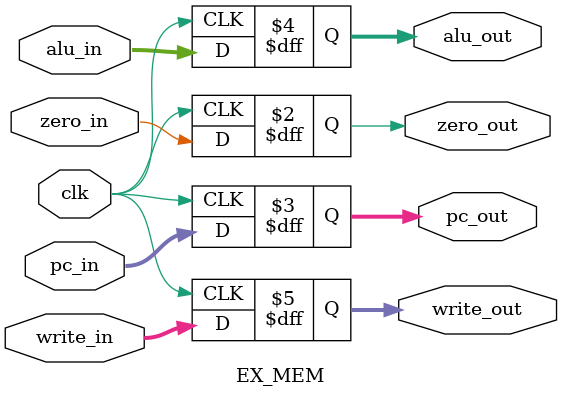
<source format=v>
`timescale 1ns / 1ps


module EX_MEM(clk, pc_in, pc_out, zero_in, zero_out, alu_in, alu_out, write_in, write_out);

input clk, zero_in;
input [31:0] pc_in;
input [31:0] alu_in;
input [31:0] write_in;

output reg zero_out;
output reg [31:0] pc_out;
output reg [31:0] alu_out;
output reg [31:0] write_out;
 
always@(posedge clk)
begin
    zero_out = zero_in;
    pc_out = pc_in;
    alu_out = alu_in;
    write_out = write_in;
end

endmodule
</source>
